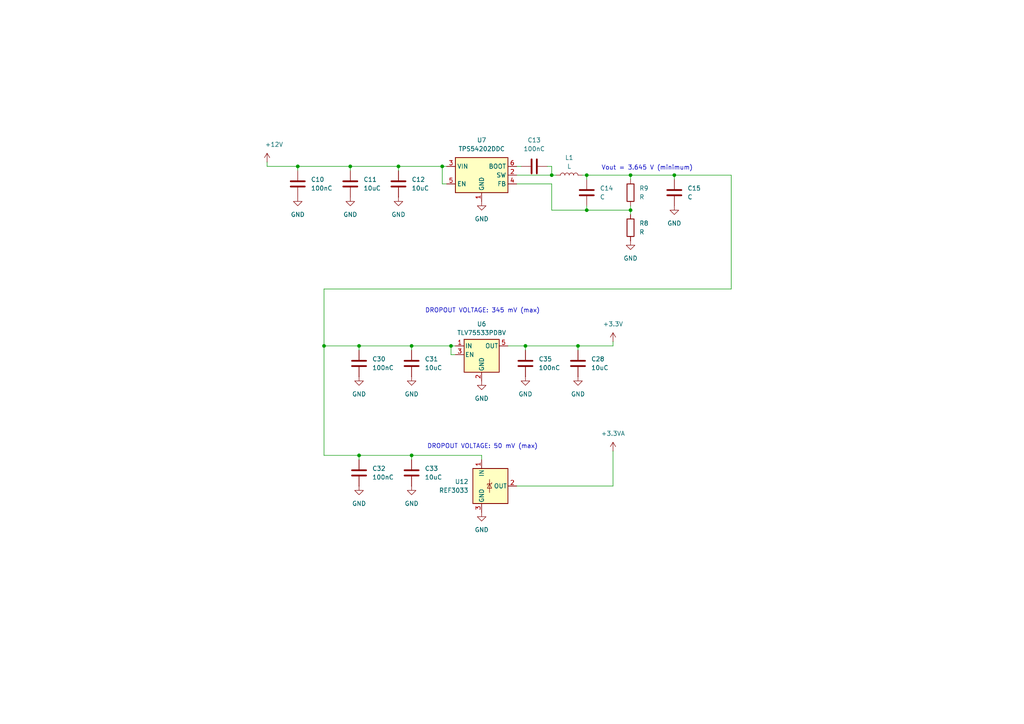
<source format=kicad_sch>
(kicad_sch (version 20250114) (generator "eeschema") (generator_version "9.0")
  (paper "A4")
  (lib_symbols
    (symbol "Device:C" (pin_numbers (hide yes)) (pin_names (offset 0.254))
      (property "Reference" "C" (at 0.635 2.54 0))
      (property "Value" "C" (at 0.635 -2.54 0))
      (symbol "C_0_1"
        (polyline (pts (xy -2.032 0.762) (xy 2.032 0.762)) (stroke (width 0.508)))
        (polyline (pts (xy -2.032 -0.762) (xy 2.032 -0.762)) (stroke (width 0.508)))
      )
      (symbol "C_1_1"
        (pin passive line (at 0 3.81 270) (length 2.794) (name "~") (number "1"))
        (pin passive line (at 0 -3.81 90) (length 2.794) (name "~") (number "2"))
      )
    )
    (symbol "Device:L" (pin_numbers (hide yes)) (pin_names (offset 1.016) (hide yes))
      (property "Reference" "L" (at -1.27 0 90))
      (property "Value" "L" (at 1.905 0 90))
      (symbol "L_0_1"
        (arc (start 0 2.54) (mid 0.6323 1.905) (end 0 1.27))
        (arc (start 0 1.27) (mid 0.6323 0.635) (end 0 0))
        (arc (start 0 0) (mid 0.6323 -0.635) (end 0 -1.27))
        (arc (start 0 -1.27) (mid 0.6323 -1.905) (end 0 -2.54))
      )
      (symbol "L_1_1"
        (pin passive line (at 0 3.81 270) (length 1.27) (name "1") (number "1"))
        (pin passive line (at 0 -3.81 90) (length 1.27) (name "2") (number "2"))
      )
    )
    (symbol "Device:R" (pin_numbers (hide yes)) (pin_names (offset 0))
      (property "Reference" "R" (at 2.032 0 90))
      (property "Value" "R" (at 0 0 90))
      (symbol "R_0_1"
        (rectangle (start -1.016 -2.54) (end 1.016 2.54) (stroke (width 0.254)))
      )
      (symbol "R_1_1"
        (pin passive line (at 0 3.81 270) (length 1.27) (name "~") (number "1"))
        (pin passive line (at 0 -3.81 90) (length 1.27) (name "~") (number "2"))
      )
    )
    (symbol "Reference_Voltage:REF3033" (pin_names (offset 0.254))
      (property "Reference" "U" (at 0 6.35 0))
      (property "Value" "REF3033" (at 2.54 -6.35 0))
      (symbol "REF3033_0_1"
        (rectangle (start -5.08 5.08) (end 5.08 -5.08) (stroke (width 0.254)) (fill (type background)))
        (polyline (pts (xy -0.889 -0.635) (xy 0.381 -0.635) (xy -0.254 0.635) (xy -0.889 -0.635)))
        (polyline (pts (xy -0.254 1.905) (xy -0.254 -1.905)))
        (polyline (pts (xy 0.381 1.016) (xy 0.381 0.635) (xy -0.889 0.635) (xy -0.889 0.254)))
      )
      (symbol "REF3033_1_1"
        (pin power_in line (at -2.54 7.62 270) (length 2.54) (name "IN") (number "1"))
        (pin power_in line (at -2.54 -7.62 90) (length 2.54) (name "GND") (number "3"))
        (pin power_out line (at 7.62 0 180) (length 2.54) (name "OUT") (number "2"))
      )
    )
    (symbol "Regulator_Linear:TLV75533PDBV" (pin_names (offset 0.254))
      (property "Reference" "U" (at -3.81 5.715 0))
      (property "Value" "TLV75533PDBV" (at 0 5.715 0))
      (symbol "TLV75533PDBV_0_1"
        (rectangle (start -5.08 4.445) (end 5.08 -5.08) (stroke (width 0.254)) (fill (type background)))
      )
      (symbol "TLV75533PDBV_1_1"
        (pin power_in line (at -7.62 2.54 0) (length 2.54) (name "IN") (number "1"))
        (pin input line (at -7.62 0 0) (length 2.54) (name "EN") (number "3"))
        (pin power_in line (at 0 -7.62 90) (length 2.54) (name "GND") (number "2"))
        (pin no_connect line (at 5.08 0 180) (length 2.54) (hide yes) (name "NC") (number "4"))
        (pin power_out line (at 7.62 2.54 180) (length 2.54) (name "OUT") (number "5"))
      )
    )
    (symbol "Regulator_Switching:TPS54202DDC"
      (property "Reference" "U" (at -7.62 6.35 0))
      (property "Value" "TPS54202DDC" (at 0 6.35 0))
      (symbol "TPS54202DDC_0_1"
        (rectangle (start -7.62 5.08) (end 7.62 -5.08) (stroke (width 0.254)) (fill (type background)))
      )
      (symbol "TPS54202DDC_1_1"
        (pin power_in line (at -10.16 2.54 0) (length 2.54) (name "VIN") (number "3"))
        (pin input line (at -10.16 -2.54 0) (length 2.54) (name "EN") (number "5"))
        (pin power_in line (at 0 -7.62 90) (length 2.54) (name "GND") (number "1"))
        (pin passive line (at 10.16 2.54 180) (length 2.54) (name "BOOT") (number "6"))
        (pin power_out line (at 10.16 0 180) (length 2.54) (name "SW") (number "2"))
        (pin input line (at 10.16 -2.54 180) (length 2.54) (name "FB") (number "4"))
      )
    )
    (symbol "power:+12V" (power) (pin_numbers (hide yes)) (pin_names (offset 0) (hide yes))
      (property "Value" "+12V" (at 0 3.556 0))
      (symbol "+12V_0_1"
        (polyline (pts (xy -0.762 1.27) (xy 0 2.54)))
        (polyline (pts (xy 0 2.54) (xy 0.762 1.27)))
        (polyline (pts (xy 0 0) (xy 0 2.54)))
      )
      (symbol "+12V_1_1"
        (pin power_in line (at 0 0 90) (length 0) (name "~") (number "1"))
      )
    )
    (symbol "power:+3.3V" (power) (pin_numbers (hide yes)) (pin_names (offset 0) (hide yes))
      (property "Value" "+3.3V" (at 0 3.556 0))
      (symbol "+3.3V_0_1"
        (polyline (pts (xy -0.762 1.27) (xy 0 2.54)))
        (polyline (pts (xy 0 2.54) (xy 0.762 1.27)))
        (polyline (pts (xy 0 0) (xy 0 2.54)))
      )
      (symbol "+3.3V_1_1"
        (pin power_in line (at 0 0 90) (length 0) (name "~") (number "1"))
      )
    )
    (symbol "power:+3.3VA" (power) (pin_numbers (hide yes)) (pin_names (offset 0) (hide yes))
      (property "Value" "+3.3VA" (at 0 3.556 0))
      (symbol "+3.3VA_0_1"
        (polyline (pts (xy -0.762 1.27) (xy 0 2.54)))
        (polyline (pts (xy 0 2.54) (xy 0.762 1.27)))
        (polyline (pts (xy 0 0) (xy 0 2.54)))
      )
      (symbol "+3.3VA_1_1"
        (pin power_in line (at 0 0 90) (length 0) (name "~") (number "1"))
      )
    )
    (symbol "power:GND" (power) (pin_numbers (hide yes)) (pin_names (offset 0) (hide yes))
      (property "Value" "GND" (at 0 -3.81 0))
      (symbol "GND_0_1"
        (polyline (pts (xy 0 0) (xy 0 -1.27) (xy 1.27 -1.27) (xy 0 -2.54) (xy -1.27 -1.27) (xy 0 -1.27)))
      )
      (symbol "GND_1_1"
        (pin power_in line (at 0 0 270) (length 0) (name "~") (number "1"))
      )
    )
  )
  (text "DROPOUT VOLTAGE: 345 mV (max)" (at 139.954 90.17 0) (effects (font (size 1.27 1.27))))
  (text "Vout = 3.645 V (minimum)" (at 187.706 48.768 0) (effects (font (size 1.27 1.27))))
  (text "DROPOUT VOLTAGE: 50 mV (max)" (at 139.954 129.54 0) (effects (font (size 1.27 1.27))))
  (junction (at 167.64 100.33))
  (junction (at 195.58 50.8))
  (junction (at 119.38 132.08))
  (junction (at 101.6 48.26))
  (junction (at 182.88 50.8))
  (junction (at 170.18 60.96))
  (junction (at 119.38 100.33))
  (junction (at 182.88 60.96))
  (junction (at 93.98 100.33))
  (junction (at 152.4 100.33))
  (junction (at 128.27 48.26))
  (junction (at 104.14 132.08))
  (junction (at 115.57 48.26))
  (junction (at 104.14 100.33))
  (junction (at 130.81 100.33))
  (junction (at 86.36 48.26))
  (junction (at 170.18 50.8))
  (junction (at 160.02 50.8))
  (wire (pts (xy 160.02 50.8) (xy 161.29 50.8)))
  (wire (pts (xy 132.08 102.87) (xy 130.81 102.87)))
  (wire (pts (xy 182.88 52.07) (xy 182.88 50.8)))
  (wire (pts (xy 177.8 140.97) (xy 149.86 140.97)))
  (wire (pts (xy 177.8 130.81) (xy 177.8 140.97)))
  (wire (pts (xy 160.02 53.34) (xy 149.86 53.34)))
  (wire (pts (xy 182.88 60.96) (xy 170.18 60.96)))
  (wire (pts (xy 119.38 132.08) (xy 139.7 132.08)))
  (wire (pts (xy 104.14 101.6) (xy 104.14 100.33)))
  (wire (pts (xy 182.88 50.8) (xy 195.58 50.8)))
  (wire (pts (xy 170.18 59.69) (xy 170.18 60.96)))
  (wire (pts (xy 170.18 60.96) (xy 160.02 60.96)))
  (wire (pts (xy 93.98 100.33) (xy 104.14 100.33)))
  (wire (pts (xy 115.57 49.53) (xy 115.57 48.26)))
  (wire (pts (xy 168.91 50.8) (xy 170.18 50.8)))
  (wire (pts (xy 139.7 132.08) (xy 139.7 133.35)))
  (wire (pts (xy 86.36 49.53) (xy 86.36 48.26)))
  (wire (pts (xy 182.88 50.8) (xy 170.18 50.8)))
  (wire (pts (xy 77.47 46.99) (xy 77.47 48.26)))
  (wire (pts (xy 212.09 50.8) (xy 212.09 83.82)))
  (wire (pts (xy 119.38 100.33) (xy 130.81 100.33)))
  (wire (pts (xy 101.6 48.26) (xy 101.6 49.53)))
  (wire (pts (xy 167.64 101.6) (xy 167.64 100.33)))
  (wire (pts (xy 130.81 102.87) (xy 130.81 100.33)))
  (wire (pts (xy 93.98 100.33) (xy 93.98 83.82)))
  (wire (pts (xy 170.18 50.8) (xy 170.18 52.07)))
  (wire (pts (xy 149.86 50.8) (xy 160.02 50.8)))
  (wire (pts (xy 119.38 132.08) (xy 119.38 133.35)))
  (wire (pts (xy 104.14 100.33) (xy 119.38 100.33)))
  (wire (pts (xy 77.47 48.26) (xy 86.36 48.26)))
  (wire (pts (xy 195.58 50.8) (xy 212.09 50.8)))
  (wire (pts (xy 160.02 60.96) (xy 160.02 53.34)))
  (wire (pts (xy 130.81 100.33) (xy 132.08 100.33)))
  (wire (pts (xy 115.57 48.26) (xy 128.27 48.26)))
  (wire (pts (xy 160.02 48.26) (xy 158.75 48.26)))
  (wire (pts (xy 119.38 100.33) (xy 119.38 101.6)))
  (wire (pts (xy 128.27 53.34) (xy 128.27 48.26)))
  (wire (pts (xy 128.27 48.26) (xy 129.54 48.26)))
  (wire (pts (xy 93.98 132.08) (xy 93.98 100.33)))
  (wire (pts (xy 104.14 132.08) (xy 119.38 132.08)))
  (wire (pts (xy 177.8 99.06) (xy 177.8 100.33)))
  (wire (pts (xy 86.36 48.26) (xy 101.6 48.26)))
  (wire (pts (xy 152.4 101.6) (xy 152.4 100.33)))
  (wire (pts (xy 177.8 100.33) (xy 167.64 100.33)))
  (wire (pts (xy 129.54 53.34) (xy 128.27 53.34)))
  (wire (pts (xy 182.88 60.96) (xy 182.88 62.23)))
  (wire (pts (xy 160.02 50.8) (xy 160.02 48.26)))
  (wire (pts (xy 195.58 52.07) (xy 195.58 50.8)))
  (wire (pts (xy 152.4 100.33) (xy 167.64 100.33)))
  (wire (pts (xy 101.6 48.26) (xy 115.57 48.26)))
  (wire (pts (xy 104.14 133.35) (xy 104.14 132.08)))
  (wire (pts (xy 149.86 48.26) (xy 151.13 48.26)))
  (wire (pts (xy 93.98 132.08) (xy 104.14 132.08)))
  (wire (pts (xy 182.88 59.69) (xy 182.88 60.96)))
  (wire (pts (xy 93.98 83.82) (xy 212.09 83.82)))
  (wire (pts (xy 147.32 100.33) (xy 152.4 100.33)))
  (symbol (lib_id "power:GND") (at 139.7 110.49 0) (unit 1)
    (property "Reference" "#PWR041" (effects (hide yes)))
    (property "Value" "GND" (at 139.7 115.57 0))
    (property "Description" "Power symbol creates a global label with name \"GND\" , ground" (effects (hide yes)))
  )
  (symbol (lib_id "power:GND") (at 86.36 57.15 0) (unit 1)
    (property "Reference" "#PWR037" (effects (hide yes)))
    (property "Value" "GND" (at 86.36 62.23 0))
    (property "Description" "Power symbol creates a global label with name \"GND\" , ground" (effects (hide yes)))
  )
  (symbol (lib_id "power:GND") (at 182.88 69.85 0) (unit 1)
    (property "Reference" "#PWR042" (effects (hide yes)))
    (property "Value" "GND" (at 182.88 74.93 0))
    (property "Description" "Power symbol creates a global label with name \"GND\" , ground" (effects (hide yes)))
  )
  (symbol (lib_id "power:GND") (at 101.6 57.15 0) (unit 1)
    (property "Reference" "#PWR038" (effects (hide yes)))
    (property "Value" "GND" (at 101.6 62.23 0))
    (property "Description" "Power symbol creates a global label with name \"GND\" , ground" (effects (hide yes)))
  )
  (symbol (lib_id "Device:C") (at 104.14 105.41 0) (unit 1)
    (property "Reference" "C30" (at 107.95 104.1399 0) (effects (justify left)))
    (property "Value" "100nC" (at 107.95 106.6799 0) (effects (justify left)))
    (property "Footprint" "Capacitor_SMD:C_0805_2012Metric" (effects (hide yes)))
    (property "Description" "Unpolarized capacitor" (effects (hide yes)))
  )
  (symbol (lib_id "power:GND") (at 139.7 148.59 0) (unit 1)
    (property "Reference" "#PWR079" (effects (hide yes)))
    (property "Value" "GND" (at 139.7 153.67 0))
    (property "Description" "Power symbol creates a global label with name \"GND\" , ground" (effects (hide yes)))
  )
  (symbol (lib_id "Regulator_Linear:TLV75533PDBV") (at 139.7 102.87 0) (unit 1)
    (property "Reference" "U6" (at 139.7 93.98 0))
    (property "Value" "TLV75533PDBV" (at 139.7 96.52 0))
    (property "Footprint" "Package_TO_SOT_SMD:SOT-23-5" (effects (hide yes)))
    (property "Datasheet" "http://www.ti.com/lit/ds/symlink/tlv755p.pdf" (effects (hide yes)))
    (property "Description" "500mA Low Dropout Voltage Regulator, Fixed Output 3.3V, SOT-23-5" (effects (hide yes)))
  )
  (symbol (lib_id "Device:C") (at 101.6 53.34 0) (unit 1)
    (property "Reference" "C11" (at 105.41 52.0699 0) (effects (justify left)))
    (property "Value" "10uC" (at 105.41 54.6099 0) (effects (justify left)))
    (property "Footprint" "Capacitor_SMD:C_0805_2012Metric" (effects (hide yes)))
    (property "Description" "Unpolarized capacitor" (effects (hide yes)))
  )
  (symbol (lib_id "power:+3.3V") (at 177.8 99.06 0) (unit 1)
    (property "Reference" "#PWR081" (effects (hide yes)))
    (property "Value" "+3.3V" (at 177.8 93.98 0))
    (property "Description" "Power symbol creates a global label with name \"+3.3V\"" (effects (hide yes)))
  )
  (symbol (lib_id "power:GND") (at 139.7 58.42 0) (unit 1)
    (property "Reference" "#PWR040" (effects (hide yes)))
    (property "Value" "GND" (at 139.7 63.5 0))
    (property "Description" "Power symbol creates a global label with name \"GND\" , ground" (effects (hide yes)))
  )
  (symbol (lib_id "Device:C") (at 152.4 105.41 0) (unit 1)
    (property "Reference" "C35" (at 156.21 104.1399 0) (effects (justify left)))
    (property "Value" "100nC" (at 156.21 106.6799 0) (effects (justify left)))
    (property "Footprint" "Capacitor_SMD:C_0805_2012Metric" (effects (hide yes)))
    (property "Description" "Unpolarized capacitor" (effects (hide yes)))
  )
  (symbol (lib_id "Device:C") (at 119.38 137.16 0) (unit 1)
    (property "Reference" "C33" (at 123.19 135.8899 0) (effects (justify left)))
    (property "Value" "10uC" (at 123.19 138.4299 0) (effects (justify left)))
    (property "Footprint" "Capacitor_SMD:C_0805_2012Metric" (effects (hide yes)))
    (property "Description" "Unpolarized capacitor" (effects (hide yes)))
  )
  (symbol (lib_id "power:+3.3VA") (at 177.8 130.81 0) (unit 1)
    (property "Reference" "#PWR080" (effects (hide yes)))
    (property "Value" "+3.3VA" (at 177.8 125.73 0))
    (property "Description" "Power symbol creates a global label with name \"+3.3VA\"" (effects (hide yes)))
  )
  (symbol (lib_id "Regulator_Switching:TPS54202DDC") (at 139.7 50.8 0) (unit 1)
    (property "Reference" "U7" (at 139.7 40.64 0))
    (property "Value" "TPS54202DDC" (at 139.7 43.18 0))
    (property "Footprint" "Package_TO_SOT_SMD:SOT-23-6" (effects (hide yes)))
    (property "Datasheet" "http://www.ti.com/lit/ds/symlink/tps54202.pdf" (effects (hide yes)))
    (property "Description" "2A, 4.5 to 28V Input, EMI Friendly integrated switch synchronous step-down regulator, pulse-skipping, SOT-23-6" (effects (hide yes)))
  )
  (symbol (lib_id "Device:C") (at 115.57 53.34 0) (unit 1)
    (property "Reference" "C12" (at 119.38 52.0699 0) (effects (justify left)))
    (property "Value" "10uC" (at 119.38 54.6099 0) (effects (justify left)))
    (property "Footprint" "Capacitor_SMD:C_0805_2012Metric" (effects (hide yes)))
    (property "Description" "Unpolarized capacitor" (effects (hide yes)))
  )
  (symbol (lib_id "Device:C") (at 104.14 137.16 0) (unit 1)
    (property "Reference" "C32" (at 107.95 135.8899 0) (effects (justify left)))
    (property "Value" "100nC" (at 107.95 138.4299 0) (effects (justify left)))
    (property "Footprint" "Capacitor_SMD:C_0805_2012Metric" (effects (hide yes)))
    (property "Description" "Unpolarized capacitor" (effects (hide yes)))
  )
  (symbol (lib_id "power:GND") (at 119.38 140.97 0) (unit 1)
    (property "Reference" "#PWR087" (effects (hide yes)))
    (property "Value" "GND" (at 119.38 146.05 0))
    (property "Description" "Power symbol creates a global label with name \"GND\" , ground" (effects (hide yes)))
  )
  (symbol (lib_id "power:GND") (at 152.4 109.22 0) (unit 1)
    (property "Reference" "#PWR090" (effects (hide yes)))
    (property "Value" "GND" (at 152.4 114.3 0))
    (property "Description" "Power symbol creates a global label with name \"GND\" , ground" (effects (hide yes)))
  )
  (symbol (lib_id "Device:R") (at 182.88 55.88 0) (unit 1)
    (property "Reference" "R9" (at 185.42 54.6099 0) (effects (justify left)))
    (property "Value" "R" (at 185.42 57.1499 0) (effects (justify left)))
    (property "Footprint" "Resistor_SMD:R_0805_2012Metric" (effects (hide yes)))
    (property "Description" "Resistor" (effects (hide yes)))
  )
  (symbol (lib_id "Reference_Voltage:REF3033") (at 142.24 140.97 0) (unit 1)
    (property "Reference" "U12" (at 135.89 139.6999 0) (effects (justify right)))
    (property "Value" "REF3033" (at 135.89 142.2399 0) (effects (justify right)))
    (property "Footprint" "Package_TO_SOT_SMD:SOT-23" (effects (hide yes)))
    (property "Datasheet" "http://www.ti.com/lit/ds/symlink/ref3033.pdf" (effects (hide yes)))
    (property "Description" "3.3V 50-ppm/°C Max, 50-μA, CMOS Voltage Reference, SOT-23-3" (effects (hide yes)))
  )
  (symbol (lib_id "Device:C") (at 195.58 55.88 0) (unit 1)
    (property "Reference" "C15" (at 199.39 54.6099 0) (effects (justify left)))
    (property "Value" "C" (at 199.39 57.1499 0) (effects (justify left)))
    (property "Footprint" "Capacitor_SMD:C_1210_3225Metric" (effects (hide yes)))
    (property "Description" "Unpolarized capacitor" (effects (hide yes)))
  )
  (symbol (lib_id "power:GND") (at 195.58 59.69 0) (unit 1)
    (property "Reference" "#PWR043" (effects (hide yes)))
    (property "Value" "GND" (at 195.58 64.77 0))
    (property "Description" "Power symbol creates a global label with name \"GND\" , ground" (effects (hide yes)))
  )
  (symbol (lib_id "power:GND") (at 104.14 140.97 0) (unit 1)
    (property "Reference" "#PWR086" (effects (hide yes)))
    (property "Value" "GND" (at 104.14 146.05 0))
    (property "Description" "Power symbol creates a global label with name \"GND\" , ground" (effects (hide yes)))
  )
  (symbol (lib_id "Device:C") (at 86.36 53.34 0) (unit 1)
    (property "Reference" "C10" (at 90.17 52.0699 0) (effects (justify left)))
    (property "Value" "100nC" (at 90.17 54.6099 0) (effects (justify left)))
    (property "Footprint" "Capacitor_SMD:C_0805_2012Metric" (effects (hide yes)))
    (property "Description" "Unpolarized capacitor" (effects (hide yes)))
  )
  (symbol (lib_id "power:GND") (at 115.57 57.15 0) (unit 1)
    (property "Reference" "#PWR039" (effects (hide yes)))
    (property "Value" "GND" (at 115.57 62.23 0))
    (property "Description" "Power symbol creates a global label with name \"GND\" , ground" (effects (hide yes)))
  )
  (symbol (lib_id "power:+12V") (at 77.47 46.99 0) (unit 1)
    (property "Reference" "#PWR036" (effects (hide yes)))
    (property "Value" "+12V" (at 79.502 41.91 0))
    (property "Description" "Power symbol creates a global label with name \"+12V\"" (effects (hide yes)))
  )
  (symbol (lib_id "Device:C") (at 119.38 105.41 0) (unit 1)
    (property "Reference" "C31" (at 123.19 104.1399 0) (effects (justify left)))
    (property "Value" "10uC" (at 123.19 106.6799 0) (effects (justify left)))
    (property "Footprint" "Capacitor_SMD:C_0805_2012Metric" (effects (hide yes)))
    (property "Description" "Unpolarized capacitor" (effects (hide yes)))
  )
  (symbol (lib_id "Device:C") (at 170.18 55.88 0) (unit 1)
    (property "Reference" "C14" (at 173.99 54.6099 0) (effects (justify left)))
    (property "Value" "C" (at 173.99 57.1499 0) (effects (justify left)))
    (property "Footprint" "Capacitor_SMD:C_0805_2012Metric" (effects (hide yes)))
    (property "Description" "Unpolarized capacitor" (effects (hide yes)))
  )
  (symbol (lib_id "Device:C") (at 154.94 48.26 90) (unit 1)
    (property "Reference" "C13" (at 154.94 40.64 90))
    (property "Value" "100nC" (at 154.94 43.18 90))
    (property "Footprint" "Capacitor_SMD:C_0805_2012Metric" (effects (hide yes)))
    (property "Description" "Unpolarized capacitor" (effects (hide yes)))
  )
  (symbol (lib_id "power:GND") (at 104.14 109.22 0) (unit 1)
    (property "Reference" "#PWR084" (effects (hide yes)))
    (property "Value" "GND" (at 104.14 114.3 0))
    (property "Description" "Power symbol creates a global label with name \"GND\" , ground" (effects (hide yes)))
  )
  (symbol (lib_id "power:GND") (at 167.64 109.22 0) (unit 1)
    (property "Reference" "#PWR082" (effects (hide yes)))
    (property "Value" "GND" (at 167.64 114.3 0))
    (property "Description" "Power symbol creates a global label with name \"GND\" , ground" (effects (hide yes)))
  )
  (symbol (lib_id "Device:L") (at 165.1 50.8 90) (unit 1)
    (property "Reference" "L1" (at 165.1 45.72 90))
    (property "Value" "L" (at 165.1 48.26 90))
    (property "Footprint" "Inductor_SMD:L_TaiTech_TMPC1265_13.5x12.5mm" (effects (hide yes)))
    (property "Description" "Inductor" (effects (hide yes)))
  )
  (symbol (lib_id "Device:R") (at 182.88 66.04 0) (unit 1)
    (property "Reference" "R8" (at 185.42 64.7699 0) (effects (justify left)))
    (property "Value" "R" (at 185.42 67.3099 0) (effects (justify left)))
    (property "Footprint" "Resistor_SMD:R_0805_2012Metric" (effects (hide yes)))
    (property "Description" "Resistor" (effects (hide yes)))
  )
  (symbol (lib_id "power:GND") (at 119.38 109.22 0) (unit 1)
    (property "Reference" "#PWR085" (effects (hide yes)))
    (property "Value" "GND" (at 119.38 114.3 0))
    (property "Description" "Power symbol creates a global label with name \"GND\" , ground" (effects (hide yes)))
  )
  (symbol (lib_id "Device:C") (at 167.64 105.41 0) (unit 1)
    (property "Reference" "C28" (at 171.45 104.1399 0) (effects (justify left)))
    (property "Value" "10uC" (at 171.45 106.6799 0) (effects (justify left)))
    (property "Footprint" "Capacitor_SMD:C_0805_2012Metric" (effects (hide yes)))
    (property "Description" "Unpolarized capacitor" (effects (hide yes)))
  )
)
</source>
